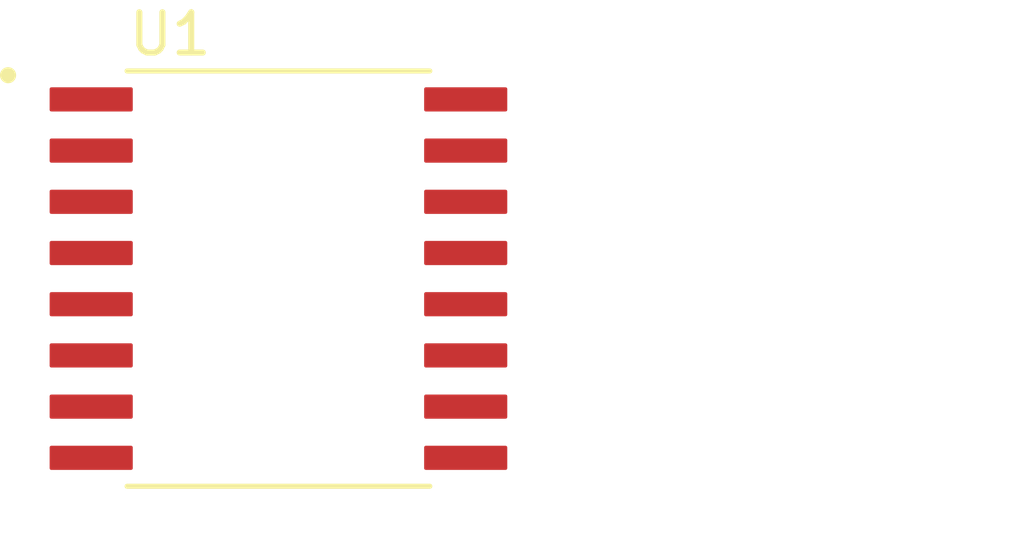
<source format=kicad_pcb>
(kicad_pcb (version 20211014) (generator pcbnew)
  (layers (0 "F.Cu" signal) (31 "B.Cu" signal) (34 "B.Paste" user) (35 "F.Paste" user) (36 "B.SilkS" user "B.Silkscreen") (37 "F.SilkS" user "F.Silkscreen") (38 "B.Mask" user) (39 "F.Mask" user) (44 "Edge.Cuts" user))
  (net 0 "")
  (net 1 "Net-(U1-Pad1)")
  (net 2 "Net-(U1-Pad5)")
  (footprint "ACS37800KMACTR-030B3-I2C:SOIC127P1030X265-16N" (layer "F.Cu") (at 152.4 101.6)
    (fp_text reference "U1" (at -2.685 -6.062) (layer "F.SilkS"))
    (fp_text value "ACS37800KMACTR-030B3-I2C")
    (fp_line (start -3.75 5.15) (end 3.75 5.15) (layer "F.SilkS") (width 0.127))
    (fp_line (start -3.75 -5.15) (end 3.75 -5.15) (layer "F.SilkS") (width 0.127))
    (fp_circle (center -6.7 -5.045) (end -6.6 -5.045) (layer "F.SilkS") (width 0.2) (fill none))
    (pad "1" smd roundrect locked (at -4.64 -4.445) (size 2.06 0.6) (layers "F.Cu" "F.Paste" "F.Mask") (roundrect_rratio 0.07) (net 1 "Net-(U1-Pad1)"))
    (pad "2" smd roundrect locked (at -4.64 -3.175) (size 2.06 0.6) (layers "F.Cu" "F.Paste" "F.Mask") (roundrect_rratio 0.07) (net 1 "Net-(U1-Pad1)"))
    (pad "3" smd roundrect locked (at -4.64 -1.905) (size 2.06 0.6) (layers "F.Cu" "F.Paste" "F.Mask") (roundrect_rratio 0.07) (net 1 "Net-(U1-Pad1)"))
    (pad "4" smd roundrect locked (at -4.64 -0.635) (size 2.06 0.6) (layers "F.Cu" "F.Paste" "F.Mask") (roundrect_rratio 0.07) (net 1 "Net-(U1-Pad1)"))
    (pad "5" smd roundrect locked (at -4.64 0.635) (size 2.06 0.6) (layers "F.Cu" "F.Paste" "F.Mask") (roundrect_rratio 0.07) (net 2 "Net-(U1-Pad5)"))
    (pad "6" smd roundrect locked (at -4.64 1.905) (size 2.06 0.6) (layers "F.Cu" "F.Paste" "F.Mask") (roundrect_rratio 0.07) (net 2 "Net-(U1-Pad5)"))
    (pad "7" smd roundrect locked (at -4.64 3.175) (size 2.06 0.6) (layers "F.Cu" "F.Paste" "F.Mask") (roundrect_rratio 0.07) (net 2 "Net-(U1-Pad5)"))
    (pad "8" smd roundrect locked (at -4.64 4.445) (size 2.06 0.6) (layers "F.Cu" "F.Paste" "F.Mask") (roundrect_rratio 0.07) (net 2 "Net-(U1-Pad5)"))
    (pad "9" smd roundrect locked (at 4.64 4.445) (size 2.06 0.6) (layers "F.Cu" "F.Paste" "F.Mask") (roundrect_rratio 0.07))
    (pad "10" smd roundrect locked (at 4.64 3.175) (size 2.06 0.6) (layers "F.Cu" "F.Paste" "F.Mask") (roundrect_rratio 0.07))
    (pad "11" smd roundrect locked (at 4.64 1.905) (size 2.06 0.6) (layers "F.Cu" "F.Paste" "F.Mask") (roundrect_rratio 0.07))
    (pad "12" smd roundrect locked (at 4.64 0.635) (size 2.06 0.6) (layers "F.Cu" "F.Paste" "F.Mask") (roundrect_rratio 0.07))
    (pad "13" smd roundrect locked (at 4.64 -0.635) (size 2.06 0.6) (layers "F.Cu" "F.Paste" "F.Mask") (roundrect_rratio 0.07))
    (pad "14" smd roundrect locked (at 4.64 -1.905) (size 2.06 0.6) (layers "F.Cu" "F.Paste" "F.Mask") (roundrect_rratio 0.07))
    (pad "15" smd roundrect locked (at 4.64 -3.175) (size 2.06 0.6) (layers "F.Cu" "F.Paste" "F.Mask") (roundrect_rratio 0.07))
    (pad "16" smd roundrect locked (at 4.64 -4.445) (size 2.06 0.6) (layers "F.Cu" "F.Paste" "F.Mask") (roundrect_rratio 0.07))
  )
)
</source>
